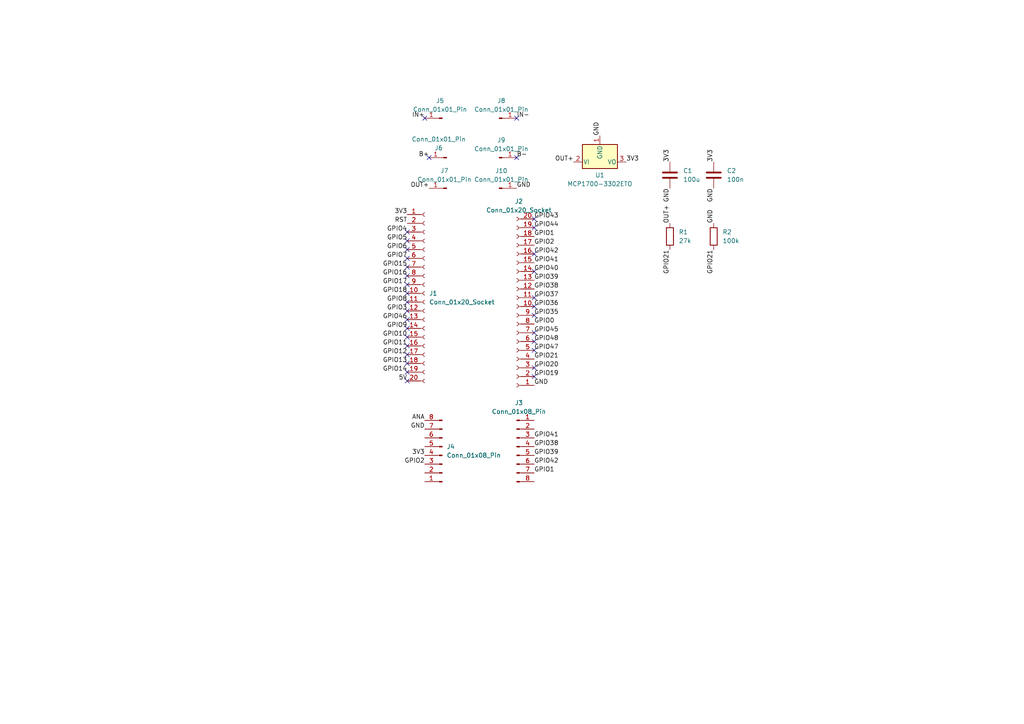
<source format=kicad_sch>
(kicad_sch (version 20231120) (generator "eeschema") (generator_version "8.0")
  (paper "A4")
  (lib_symbols
    (symbol "Connector:Conn_01x01_Pin" (pin_names (offset 1.016) hide)
      (property "Reference" "J" (at 0 2.54 0))
      (property "Value" "Conn_01x01_Pin" (at 0 -2.54 0))
      (symbol "Conn_01x01_Pin_1_1"
        (polyline (pts (xy 1.27 0) (xy 0.8636 0)) (stroke (width 0.1524)))
        (rectangle (start 0.8636 0.127) (end 0 -0.127) (stroke (width 0.1524)) (fill (type outline)))
        (pin passive line (at 5.08 0 180) (length 3.81) (name "Pin_1") (number "1"))
      )
    )
    (symbol "Connector:Conn_01x08_Pin" (pin_names (offset 1.016) hide)
      (property "Reference" "J" (at 0 10.16 0))
      (property "Value" "Conn_01x08_Pin" (at 0 -12.7 0))
      (symbol "Conn_01x08_Pin_1_1"
        (polyline (pts (xy 1.27 -10.16) (xy 0.8636 -10.16)) (stroke (width 0.1524)))
        (polyline (pts (xy 1.27 -7.62) (xy 0.8636 -7.62)) (stroke (width 0.1524)))
        (polyline (pts (xy 1.27 -5.08) (xy 0.8636 -5.08)) (stroke (width 0.1524)))
        (polyline (pts (xy 1.27 -2.54) (xy 0.8636 -2.54)) (stroke (width 0.1524)))
        (polyline (pts (xy 1.27 0) (xy 0.8636 0)) (stroke (width 0.1524)))
        (polyline (pts (xy 1.27 2.54) (xy 0.8636 2.54)) (stroke (width 0.1524)))
        (polyline (pts (xy 1.27 5.08) (xy 0.8636 5.08)) (stroke (width 0.1524)))
        (polyline (pts (xy 1.27 7.62) (xy 0.8636 7.62)) (stroke (width 0.1524)))
        (rectangle (start 0.8636 -10.033) (end 0 -10.287) (stroke (width 0.1524)) (fill (type outline)))
        (rectangle (start 0.8636 -7.493) (end 0 -7.747) (stroke (width 0.1524)) (fill (type outline)))
        (rectangle (start 0.8636 -4.953) (end 0 -5.207) (stroke (width 0.1524)) (fill (type outline)))
        (rectangle (start 0.8636 -2.413) (end 0 -2.667) (stroke (width 0.1524)) (fill (type outline)))
        (rectangle (start 0.8636 0.127) (end 0 -0.127) (stroke (width 0.1524)) (fill (type outline)))
        (rectangle (start 0.8636 2.667) (end 0 2.413) (stroke (width 0.1524)) (fill (type outline)))
        (rectangle (start 0.8636 5.207) (end 0 4.953) (stroke (width 0.1524)) (fill (type outline)))
        (rectangle (start 0.8636 7.747) (end 0 7.493) (stroke (width 0.1524)) (fill (type outline)))
        (pin passive line (at 5.08 7.62 180) (length 3.81) (name "Pin_1") (number "1"))
        (pin passive line (at 5.08 5.08 180) (length 3.81) (name "Pin_2") (number "2"))
        (pin passive line (at 5.08 2.54 180) (length 3.81) (name "Pin_3") (number "3"))
        (pin passive line (at 5.08 0 180) (length 3.81) (name "Pin_4") (number "4"))
        (pin passive line (at 5.08 -2.54 180) (length 3.81) (name "Pin_5") (number "5"))
        (pin passive line (at 5.08 -5.08 180) (length 3.81) (name "Pin_6") (number "6"))
        (pin passive line (at 5.08 -7.62 180) (length 3.81) (name "Pin_7") (number "7"))
        (pin passive line (at 5.08 -10.16 180) (length 3.81) (name "Pin_8") (number "8"))
      )
    )
    (symbol "Connector:Conn_01x20_Socket" (pin_names (offset 1.016) hide)
      (property "Reference" "J" (at 0 25.4 0))
      (property "Value" "Conn_01x20_Socket" (at 0 -27.94 0))
      (symbol "Conn_01x20_Socket_1_1"
        (arc (start 0 -24.892) (mid -0.5058 -25.4) (end 0 -25.908) (stroke (width 0.1524)))
        (arc (start 0 -22.352) (mid -0.5058 -22.86) (end 0 -23.368) (stroke (width 0.1524)))
        (arc (start 0 -19.812) (mid -0.5058 -20.32) (end 0 -20.828) (stroke (width 0.1524)))
        (arc (start 0 -17.272) (mid -0.5058 -17.78) (end 0 -18.288) (stroke (width 0.1524)))
        (arc (start 0 -14.732) (mid -0.5058 -15.24) (end 0 -15.748) (stroke (width 0.1524)))
        (arc (start 0 -12.192) (mid -0.5058 -12.7) (end 0 -13.208) (stroke (width 0.1524)))
        (arc (start 0 -9.652) (mid -0.5058 -10.16) (end 0 -10.668) (stroke (width 0.1524)))
        (arc (start 0 -7.112) (mid -0.5058 -7.62) (end 0 -8.128) (stroke (width 0.1524)))
        (arc (start 0 -4.572) (mid -0.5058 -5.08) (end 0 -5.588) (stroke (width 0.1524)))
        (arc (start 0 -2.032) (mid -0.5058 -2.54) (end 0 -3.048) (stroke (width 0.1524)))
        (polyline (pts (xy -1.27 -25.4) (xy -0.508 -25.4)) (stroke (width 0.1524)))
        (polyline (pts (xy -1.27 -22.86) (xy -0.508 -22.86)) (stroke (width 0.1524)))
        (polyline (pts (xy -1.27 -20.32) (xy -0.508 -20.32)) (stroke (width 0.1524)))
        (polyline (pts (xy -1.27 -17.78) (xy -0.508 -17.78)) (stroke (width 0.1524)))
        (polyline (pts (xy -1.27 -15.24) (xy -0.508 -15.24)) (stroke (width 0.1524)))
        (polyline (pts (xy -1.27 -12.7) (xy -0.508 -12.7)) (stroke (width 0.1524)))
        (polyline (pts (xy -1.27 -10.16) (xy -0.508 -10.16)) (stroke (width 0.1524)))
        (polyline (pts (xy -1.27 -7.62) (xy -0.508 -7.62)) (stroke (width 0.1524)))
        (polyline (pts (xy -1.27 -5.08) (xy -0.508 -5.08)) (stroke (width 0.1524)))
        (polyline (pts (xy -1.27 -2.54) (xy -0.508 -2.54)) (stroke (width 0.1524)))
        (polyline (pts (xy -1.27 0) (xy -0.508 0)) (stroke (width 0.1524)))
        (polyline (pts (xy -1.27 2.54) (xy -0.508 2.54)) (stroke (width 0.1524)))
        (polyline (pts (xy -1.27 5.08) (xy -0.508 5.08)) (stroke (width 0.1524)))
        (polyline (pts (xy -1.27 7.62) (xy -0.508 7.62)) (stroke (width 0.1524)))
        (polyline (pts (xy -1.27 10.16) (xy -0.508 10.16)) (stroke (width 0.1524)))
        (polyline (pts (xy -1.27 12.7) (xy -0.508 12.7)) (stroke (width 0.1524)))
        (polyline (pts (xy -1.27 15.24) (xy -0.508 15.24)) (stroke (width 0.1524)))
        (polyline (pts (xy -1.27 17.78) (xy -0.508 17.78)) (stroke (width 0.1524)))
        (polyline (pts (xy -1.27 20.32) (xy -0.508 20.32)) (stroke (width 0.1524)))
        (polyline (pts (xy -1.27 22.86) (xy -0.508 22.86)) (stroke (width 0.1524)))
        (arc (start 0 0.508) (mid -0.5058 0) (end 0 -0.508) (stroke (width 0.1524)))
        (arc (start 0 3.048) (mid -0.5058 2.54) (end 0 2.032) (stroke (width 0.1524)))
        (arc (start 0 5.588) (mid -0.5058 5.08) (end 0 4.572) (stroke (width 0.1524)))
        (arc (start 0 8.128) (mid -0.5058 7.62) (end 0 7.112) (stroke (width 0.1524)))
        (arc (start 0 10.668) (mid -0.5058 10.16) (end 0 9.652) (stroke (width 0.1524)))
        (arc (start 0 13.208) (mid -0.5058 12.7) (end 0 12.192) (stroke (width 0.1524)))
        (arc (start 0 15.748) (mid -0.5058 15.24) (end 0 14.732) (stroke (width 0.1524)))
        (arc (start 0 18.288) (mid -0.5058 17.78) (end 0 17.272) (stroke (width 0.1524)))
        (arc (start 0 20.828) (mid -0.5058 20.32) (end 0 19.812) (stroke (width 0.1524)))
        (arc (start 0 23.368) (mid -0.5058 22.86) (end 0 22.352) (stroke (width 0.1524)))
        (pin passive line (at -5.08 22.86 0) (length 3.81) (name "Pin_1") (number "1"))
        (pin passive line (at -5.08 0 0) (length 3.81) (name "Pin_10") (number "10"))
        (pin passive line (at -5.08 -2.54 0) (length 3.81) (name "Pin_11") (number "11"))
        (pin passive line (at -5.08 -5.08 0) (length 3.81) (name "Pin_12") (number "12"))
        (pin passive line (at -5.08 -7.62 0) (length 3.81) (name "Pin_13") (number "13"))
        (pin passive line (at -5.08 -10.16 0) (length 3.81) (name "Pin_14") (number "14"))
        (pin passive line (at -5.08 -12.7 0) (length 3.81) (name "Pin_15") (number "15"))
        (pin passive line (at -5.08 -15.24 0) (length 3.81) (name "Pin_16") (number "16"))
        (pin passive line (at -5.08 -17.78 0) (length 3.81) (name "Pin_17") (number "17"))
        (pin passive line (at -5.08 -20.32 0) (length 3.81) (name "Pin_18") (number "18"))
        (pin passive line (at -5.08 -22.86 0) (length 3.81) (name "Pin_19") (number "19"))
        (pin passive line (at -5.08 20.32 0) (length 3.81) (name "Pin_2") (number "2"))
        (pin passive line (at -5.08 -25.4 0) (length 3.81) (name "Pin_20") (number "20"))
        (pin passive line (at -5.08 17.78 0) (length 3.81) (name "Pin_3") (number "3"))
        (pin passive line (at -5.08 15.24 0) (length 3.81) (name "Pin_4") (number "4"))
        (pin passive line (at -5.08 12.7 0) (length 3.81) (name "Pin_5") (number "5"))
        (pin passive line (at -5.08 10.16 0) (length 3.81) (name "Pin_6") (number "6"))
        (pin passive line (at -5.08 7.62 0) (length 3.81) (name "Pin_7") (number "7"))
        (pin passive line (at -5.08 5.08 0) (length 3.81) (name "Pin_8") (number "8"))
        (pin passive line (at -5.08 2.54 0) (length 3.81) (name "Pin_9") (number "9"))
      )
    )
    (symbol "Device:C" (pin_numbers hide) (pin_names (offset 0.254))
      (property "Reference" "C" (at 0.635 2.54 0))
      (property "Value" "C" (at 0.635 -2.54 0))
      (symbol "C_0_1"
        (polyline (pts (xy -2.032 -0.762) (xy 2.032 -0.762)) (stroke (width 0.508)))
        (polyline (pts (xy -2.032 0.762) (xy 2.032 0.762)) (stroke (width 0.508)))
      )
      (symbol "C_1_1"
        (pin passive line (at 0 3.81 270) (length 2.794) (name "~") (number "1"))
        (pin passive line (at 0 -3.81 90) (length 2.794) (name "~") (number "2"))
      )
    )
    (symbol "Device:R" (pin_numbers hide) (pin_names (offset 0))
      (property "Reference" "R" (at 2.032 0 90))
      (property "Value" "R" (at 0 0 90))
      (symbol "R_0_1"
        (rectangle (start -1.016 -2.54) (end 1.016 2.54) (stroke (width 0.254)))
      )
      (symbol "R_1_1"
        (pin passive line (at 0 3.81 270) (length 1.27) (name "~") (number "1"))
        (pin passive line (at 0 -3.81 90) (length 1.27) (name "~") (number "2"))
      )
    )
    (symbol "Regulator_Linear:MCP1700x-330xxTO" (pin_names (offset 0.254))
      (property "Reference" "U" (at -3.81 -3.175 0))
      (property "Value" "MCP1700x-330xxTO" (at 0 -3.175 0))
      (symbol "MCP1700x-330xxTO_0_1"
        (rectangle (start -5.08 5.08) (end 5.08 -1.905) (stroke (width 0.254)) (fill (type background)))
      )
      (symbol "MCP1700x-330xxTO_1_1"
        (pin power_in line (at 0 7.62 270) (length 2.54) (name "GND") (number "1"))
        (pin power_in line (at -7.62 0 0) (length 2.54) (name "VI") (number "2"))
        (pin power_out line (at 7.62 0 180) (length 2.54) (name "VO") (number "3"))
      )
    )
  )
  (no_connect (at 154.94 88.9))
  (no_connect (at 118.11 102.87))
  (no_connect (at 118.11 74.93))
  (no_connect (at 118.11 85.09))
  (no_connect (at 149.86 34.29))
  (no_connect (at 118.11 105.41))
  (no_connect (at 154.94 73.66))
  (no_connect (at 118.11 100.33))
  (no_connect (at 154.94 78.74))
  (no_connect (at 149.86 45.72))
  (no_connect (at 154.94 96.52))
  (no_connect (at 118.11 92.71))
  (no_connect (at 154.94 109.22))
  (no_connect (at 118.11 90.17))
  (no_connect (at 118.11 97.79))
  (no_connect (at 118.11 110.49))
  (no_connect (at 118.11 80.01))
  (no_connect (at 118.11 69.85))
  (no_connect (at 118.11 107.95))
  (no_connect (at 123.19 34.29))
  (no_connect (at 154.94 91.44))
  (no_connect (at 118.11 95.25))
  (no_connect (at 154.94 86.36))
  (no_connect (at 154.94 106.68))
  (no_connect (at 154.94 99.06))
  (no_connect (at 118.11 77.47))
  (no_connect (at 118.11 82.55))
  (no_connect (at 118.11 72.39))
  (no_connect (at 154.94 66.04))
  (no_connect (at 124.46 45.72))
  (no_connect (at 154.94 63.5))
  (no_connect (at 118.11 87.63))
  (no_connect (at 118.11 67.31))
  (no_connect (at 154.94 101.6))
  (label "GPIO41" (at 154.94 127 0))
  (label "GPIO0" (at 154.94 93.98 0))
  (label "OUT+" (at 194.31 64.77 90))
  (label "GPIO4" (at 118.11 67.31 180))
  (label "GPIO1" (at 154.94 68.58 0))
  (label "GPIO21" (at 207.01 72.39 270))
  (label "GPIO40" (at 154.94 78.74 0))
  (label "GPIO1" (at 154.94 137.16 0))
  (label "GND" (at 123.19 124.46 180))
  (label "RST" (at 118.11 64.77 180))
  (label "3V3" (at 194.31 46.99 90))
  (label "3V3" (at 118.11 62.23 180))
  (label "IN+" (at 123.19 34.29 180))
  (label "GPIO8" (at 118.11 87.63 180))
  (label "GPIO47" (at 154.94 101.6 0))
  (label "GPIO35" (at 154.94 91.44 0))
  (label "ANA" (at 123.19 121.92 180))
  (label "GPIO7" (at 118.11 74.93 180))
  (label "GPIO17" (at 118.11 82.55 180))
  (label "GND" (at 207.01 64.77 90))
  (label "GPIO21" (at 154.94 104.14 0))
  (label "GND" (at 149.86 54.61 0))
  (label "GPIO2" (at 123.19 134.62 180))
  (label "GPIO42" (at 154.94 134.62 0))
  (label "GPIO9" (at 118.11 95.25 180))
  (label "5V" (at 118.11 110.49 180))
  (label "GPIO37" (at 154.94 86.36 0))
  (label "GPIO19" (at 154.94 109.22 0))
  (label "GPIO38" (at 154.94 83.82 0))
  (label "GPIO10" (at 118.11 97.79 180))
  (label "GPIO21" (at 194.31 72.39 270))
  (label "GPIO11" (at 118.11 100.33 180))
  (label "GPIO46" (at 118.11 92.71 180))
  (label "GPIO6" (at 118.11 72.39 180))
  (label "GPIO39" (at 154.94 81.28 0))
  (label "GPIO44" (at 154.94 66.04 0))
  (label "GPIO43" (at 154.94 63.5 0))
  (label "GPIO14" (at 118.11 107.95 180))
  (label "GPIO12" (at 118.11 102.87 180))
  (label "3V3" (at 181.61 46.99 0))
  (label "B-" (at 149.86 45.72 0))
  (label "GND" (at 207.01 54.61 270))
  (label "GPIO5" (at 118.11 69.85 180))
  (label "GPIO45" (at 154.94 96.52 0))
  (label "OUT+" (at 166.37 46.99 180))
  (label "B+" (at 124.46 45.72 180))
  (label "GPIO13" (at 118.11 105.41 180))
  (label "GPIO2" (at 154.94 71.12 0))
  (label "GND" (at 173.99 39.37 90))
  (label "3V3" (at 123.19 132.08 180))
  (label "GPIO20" (at 154.94 106.68 0))
  (label "GND" (at 194.31 54.61 270))
  (label "GPIO3" (at 118.11 90.17 180))
  (label "GPIO18" (at 118.11 85.09 180))
  (label "GPIO41" (at 154.94 76.2 0))
  (label "3V3" (at 207.01 46.99 90))
  (label "IN-" (at 149.86 34.29 0))
  (label "GPIO16" (at 118.11 80.01 180))
  (label "GPIO42" (at 154.94 73.66 0))
  (label "GPIO38" (at 154.94 129.54 0))
  (label "GPIO48" (at 154.94 99.06 0))
  (label "GPIO15" (at 118.11 77.47 180))
  (label "GPIO39" (at 154.94 132.08 0))
  (label "OUT+" (at 124.46 54.61 180))
  (label "GND" (at 154.94 111.76 0))
  (label "GPIO36" (at 154.94 88.9 0))
  (symbol (lib_id "Connector:Conn_01x20_Socket") (at 123.19 85.09 0) (unit 1)
    (property "Reference" "J1" (at 124.46 85.0899 0) (effects (justify left)))
    (property "Value" "Conn_01x20_Socket" (at 124.46 87.6299 0) (effects (justify left)))
    (property "Description" "Generic connector, single row, 01x20, script generated" (effects (hide yes)))
  )
  (symbol (lib_id "Device:C") (at 194.31 50.8 0) (unit 1)
    (property "Reference" "C1" (at 198.12 49.5299 0) (effects (justify left)))
    (property "Value" "100u" (at 198.12 52.0699 0) (effects (justify left)))
    (property "Description" "Unpolarized capacitor" (effects (hide yes)))
  )
  (symbol (lib_id "Connector:Conn_01x01_Pin") (at 129.54 45.72 180) (unit 1)
    (property "Reference" "J6" (at 127.254 42.926 0))
    (property "Value" "Conn_01x01_Pin" (at 127.254 40.386 0))
    (property "Description" "Generic connector, single row, 01x01, script generated" (effects (hide yes)))
  )
  (symbol (lib_id "Connector:Conn_01x01_Pin") (at 129.54 54.61 180) (unit 1)
    (property "Reference" "J7" (at 128.905 49.53 0))
    (property "Value" "Conn_01x01_Pin" (at 128.905 52.07 0))
    (property "Description" "Generic connector, single row, 01x01, script generated" (effects (hide yes)))
  )
  (symbol (lib_id "Connector:Conn_01x01_Pin") (at 144.78 54.61 0) (unit 1)
    (property "Reference" "J10" (at 145.415 49.53 0))
    (property "Value" "Conn_01x01_Pin" (at 145.415 52.07 0))
    (property "Description" "Generic connector, single row, 01x01, script generated" (effects (hide yes)))
  )
  (symbol (lib_id "Regulator_Linear:MCP1700x-330xxTO") (at 173.99 46.99 0) (unit 1)
    (property "Reference" "U1" (at 173.99 50.8 0))
    (property "Value" "MCP1700-3302ETO" (at 173.99 53.34 0))
    (property "Footprint" "Package_TO_SOT_THT:TO-92_Inline" (effects (hide yes)))
    (property "Datasheet" "http://ww1.microchip.com/downloads/en/DeviceDoc/20001826D.pdf" (effects (hide yes)))
    (property "Description" "250mA Low Quiscent Current LDO, 3.3V output, TO-92" (effects (hide yes)))
  )
  (symbol (lib_id "Device:C") (at 207.01 50.8 0) (unit 1)
    (property "Reference" "C2" (at 210.82 49.5299 0) (effects (justify left)))
    (property "Value" "100n" (at 210.82 52.0699 0) (effects (justify left)))
    (property "Description" "Unpolarized capacitor" (effects (hide yes)))
  )
  (symbol (lib_id "Connector:Conn_01x01_Pin") (at 144.78 45.72 0) (unit 1)
    (property "Reference" "J9" (at 145.415 40.64 0))
    (property "Value" "Conn_01x01_Pin" (at 145.415 43.18 0))
    (property "Description" "Generic connector, single row, 01x01, script generated" (effects (hide yes)))
  )
  (symbol (lib_id "Connector:Conn_01x01_Pin") (at 144.78 34.29 0) (unit 1)
    (property "Reference" "J8" (at 145.415 29.21 0))
    (property "Value" "Conn_01x01_Pin" (at 145.415 31.75 0))
    (property "Description" "Generic connector, single row, 01x01, script generated" (effects (hide yes)))
  )
  (symbol (lib_id "Device:R") (at 194.31 68.58 0) (unit 1)
    (property "Reference" "R1" (at 196.85 67.3099 0) (effects (justify left)))
    (property "Value" "27k" (at 196.85 69.8499 0) (effects (justify left)))
    (property "Description" "Resistor" (effects (hide yes)))
  )
  (symbol (lib_id "Connector:Conn_01x20_Socket") (at 149.86 88.9 180) (unit 1)
    (property "Reference" "J2" (at 150.495 58.42 0))
    (property "Value" "Conn_01x20_Socket" (at 150.495 60.96 0))
    (property "Description" "Generic connector, single row, 01x20, script generated" (effects (hide yes)))
  )
  (symbol (lib_id "Connector:Conn_01x01_Pin") (at 128.27 34.29 180) (unit 1)
    (property "Reference" "J5" (at 127.635 29.21 0))
    (property "Value" "Conn_01x01_Pin" (at 127.635 31.75 0))
    (property "Description" "Generic connector, single row, 01x01, script generated" (effects (hide yes)))
  )
  (symbol (lib_id "Device:R") (at 207.01 68.58 0) (unit 1)
    (property "Reference" "R2" (at 209.55 67.3099 0) (effects (justify left)))
    (property "Value" "100k" (at 209.55 69.8499 0) (effects (justify left)))
    (property "Description" "Resistor" (effects (hide yes)))
  )
  (symbol (lib_id "Connector:Conn_01x08_Pin") (at 128.27 132.08 180) (unit 1)
    (property "Reference" "J4" (at 129.54 129.5399 0) (effects (justify right)))
    (property "Value" "Conn_01x08_Pin" (at 129.54 132.0799 0) (effects (justify right)))
    (property "Description" "Generic connector, single row, 01x08, script generated" (effects (hide yes)))
  )
  (symbol (lib_id "Connector:Conn_01x08_Pin") (at 149.86 129.54 0) (unit 1)
    (property "Reference" "J3" (at 150.495 116.84 0))
    (property "Value" "Conn_01x08_Pin" (at 150.495 119.38 0))
    (property "Description" "Generic connector, single row, 01x08, script generated" (effects (hide yes)))
  )
)
</source>
